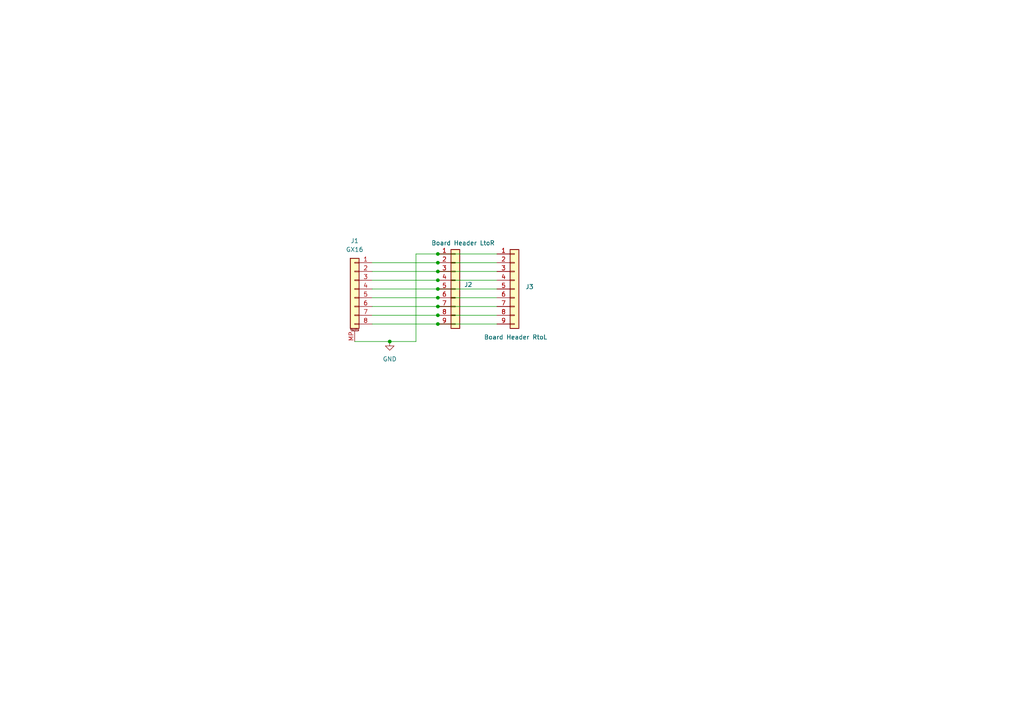
<source format=kicad_sch>
(kicad_sch (version 20231120) (generator "eeschema") (generator_version "8.0")
  (paper "A4")
  (lib_symbols
    (symbol "Connector_Generic:Conn_01x09" (pin_names (offset 1.016) hide)
      (property "Reference" "J" (at 0 12.7 0))
      (property "Value" "Conn_01x09" (at 0 -12.7 0))
      (symbol "Conn_01x09_1_1"
        (rectangle (start -1.27 -10.033) (end 0 -10.287) (stroke (width 0.1524)))
        (rectangle (start -1.27 -7.493) (end 0 -7.747) (stroke (width 0.1524)))
        (rectangle (start -1.27 -4.953) (end 0 -5.207) (stroke (width 0.1524)))
        (rectangle (start -1.27 -2.413) (end 0 -2.667) (stroke (width 0.1524)))
        (rectangle (start -1.27 0.127) (end 0 -0.127) (stroke (width 0.1524)))
        (rectangle (start -1.27 2.667) (end 0 2.413) (stroke (width 0.1524)))
        (rectangle (start -1.27 5.207) (end 0 4.953) (stroke (width 0.1524)))
        (rectangle (start -1.27 7.747) (end 0 7.493) (stroke (width 0.1524)))
        (rectangle (start -1.27 10.287) (end 0 10.033) (stroke (width 0.1524)))
        (rectangle (start -1.27 11.43) (end 1.27 -11.43) (stroke (width 0.254)) (fill (type background)))
        (pin passive line (at -5.08 10.16 0) (length 3.81) (name "Pin_1") (number "1"))
        (pin passive line (at -5.08 7.62 0) (length 3.81) (name "Pin_2") (number "2"))
        (pin passive line (at -5.08 5.08 0) (length 3.81) (name "Pin_3") (number "3"))
        (pin passive line (at -5.08 2.54 0) (length 3.81) (name "Pin_4") (number "4"))
        (pin passive line (at -5.08 0 0) (length 3.81) (name "Pin_5") (number "5"))
        (pin passive line (at -5.08 -2.54 0) (length 3.81) (name "Pin_6") (number "6"))
        (pin passive line (at -5.08 -5.08 0) (length 3.81) (name "Pin_7") (number "7"))
        (pin passive line (at -5.08 -7.62 0) (length 3.81) (name "Pin_8") (number "8"))
        (pin passive line (at -5.08 -10.16 0) (length 3.81) (name "Pin_9") (number "9"))
      )
    )
    (symbol "Connector_Generic_MountingPin:Conn_01x08_MountingPin" (pin_names (offset 1.016) hide)
      (property "Reference" "J" (at 0 10.16 0))
      (property "Value" "Conn_01x08_MountingPin" (at 1.27 -12.7 0))
      (symbol "Conn_01x08_MountingPin_1_1"
        (rectangle (start -1.27 -10.033) (end 0 -10.287) (stroke (width 0.1524)))
        (rectangle (start -1.27 -7.493) (end 0 -7.747) (stroke (width 0.1524)))
        (rectangle (start -1.27 -4.953) (end 0 -5.207) (stroke (width 0.1524)))
        (rectangle (start -1.27 -2.413) (end 0 -2.667) (stroke (width 0.1524)))
        (rectangle (start -1.27 0.127) (end 0 -0.127) (stroke (width 0.1524)))
        (rectangle (start -1.27 2.667) (end 0 2.413) (stroke (width 0.1524)))
        (rectangle (start -1.27 5.207) (end 0 4.953) (stroke (width 0.1524)))
        (rectangle (start -1.27 7.747) (end 0 7.493) (stroke (width 0.1524)))
        (rectangle (start -1.27 8.89) (end 1.27 -11.43) (stroke (width 0.254)) (fill (type background)))
        (polyline (pts (xy -1.016 -12.192) (xy 1.016 -12.192)) (stroke (width 0.1524)))
        (text "Mounting" (at 0 -11.811 0) (effects (font (size 0.381 0.381))))
        (pin passive line (at -5.08 7.62 0) (length 3.81) (name "Pin_1") (number "1"))
        (pin passive line (at -5.08 5.08 0) (length 3.81) (name "Pin_2") (number "2"))
        (pin passive line (at -5.08 2.54 0) (length 3.81) (name "Pin_3") (number "3"))
        (pin passive line (at -5.08 0 0) (length 3.81) (name "Pin_4") (number "4"))
        (pin passive line (at -5.08 -2.54 0) (length 3.81) (name "Pin_5") (number "5"))
        (pin passive line (at -5.08 -5.08 0) (length 3.81) (name "Pin_6") (number "6"))
        (pin passive line (at -5.08 -7.62 0) (length 3.81) (name "Pin_7") (number "7"))
        (pin passive line (at -5.08 -10.16 0) (length 3.81) (name "Pin_8") (number "8"))
        (pin passive line (at 0 -15.24 90) (length 3.048) (name "MountPin") (number "MP"))
      )
    )
    (symbol "power:GND" (power) (pin_names (offset 0))
      (property "Value" "GND" (at 0 -3.81 0))
      (symbol "GND_0_1"
        (polyline (pts (xy 0 0) (xy 0 -1.27) (xy 1.27 -1.27) (xy 0 -2.54) (xy -1.27 -1.27) (xy 0 -1.27)))
      )
      (symbol "GND_1_1"
        (pin power_in line (at 0 0 270) (length 0) hide (name "GND") (number "1"))
      )
    )
  )
  (junction (at 127 76.2))
  (junction (at 127 73.66))
  (junction (at 127 83.82))
  (junction (at 127 86.36))
  (junction (at 127 91.44))
  (junction (at 113.03 99.06))
  (junction (at 127 88.9))
  (junction (at 127 78.74))
  (junction (at 127 93.98))
  (junction (at 127 81.28))
  (wire (pts (xy 127 91.44) (xy 144.145 91.44)))
  (wire (pts (xy 107.95 91.44) (xy 127 91.44)))
  (wire (pts (xy 120.65 73.66) (xy 127 73.66)))
  (wire (pts (xy 107.95 86.36) (xy 127 86.36)))
  (wire (pts (xy 113.03 99.06) (xy 120.65 99.06)))
  (wire (pts (xy 127 81.28) (xy 144.145 81.28)))
  (wire (pts (xy 107.95 93.98) (xy 127 93.98)))
  (wire (pts (xy 107.95 83.82) (xy 127 83.82)))
  (wire (pts (xy 127 93.98) (xy 144.145 93.98)))
  (wire (pts (xy 127 78.74) (xy 144.145 78.74)))
  (wire (pts (xy 107.95 78.74) (xy 127 78.74)))
  (wire (pts (xy 102.87 99.06) (xy 113.03 99.06)))
  (wire (pts (xy 127 83.82) (xy 144.145 83.82)))
  (wire (pts (xy 127 86.36) (xy 144.145 86.36)))
  (wire (pts (xy 127 73.66) (xy 144.145 73.66)))
  (wire (pts (xy 107.95 88.9) (xy 127 88.9)))
  (wire (pts (xy 107.95 81.28) (xy 127 81.28)))
  (wire (pts (xy 107.95 76.2) (xy 127 76.2)))
  (wire (pts (xy 120.65 99.06) (xy 120.65 73.66)))
  (wire (pts (xy 127 76.2) (xy 144.145 76.2)))
  (wire (pts (xy 127 88.9) (xy 144.145 88.9)))
  (symbol (lib_id "Connector_Generic_MountingPin:Conn_01x08_MountingPin") (at 102.87 83.82 0) (mirror y) (unit 1)
    (property "Reference" "J1" (at 102.87 69.85 0))
    (property "Value" "GX16" (at 102.87 72.39 0))
    (property "Footprint" "Libraries:Conn_GX16-8_8pin_Aviation" (effects (hide yes)))
    (property "Manufacturer" "Renhotec Group" (effects (hide yes)))
    (property "Part Number" "GX16-F-8P" (effects (hide yes)))
    (property "Or Generic" "No" (effects (hide yes)))
  )
  (symbol (lib_id "power:GND") (at 113.03 99.06 0) (unit 1)
    (property "Reference" "#PWR01" (effects (hide yes)))
    (property "Value" "GND" (at 113.03 104.14 0))
  )
  (symbol (lib_id "Connector_Generic:Conn_01x09") (at 149.225 83.82 0) (unit 1) (in_bom no)
    (property "Reference" "J3" (at 152.4 83.185 0) (effects (justify left)))
    (property "Value" "Board Header RtoL" (at 140.335 97.79 0) (effects (justify left)))
    (property "Footprint" "Libraries:Conn_B2B-RA_2.54mm_ThroughPads_9pin_RtoL" (effects (hide yes)))
  )
  (symbol (lib_id "Connector_Generic:Conn_01x09") (at 132.08 83.82 0) (unit 1) (in_bom no)
    (property "Reference" "J2" (at 134.62 82.5499 0) (effects (justify left)))
    (property "Value" "Board Header LtoR" (at 125.095 70.485 0) (effects (justify left)))
    (property "Footprint" "Libraries:Conn_B2B-RA_2.54mm_ThroughPads_9pin_LtoR" (effects (hide yes)))
  )
)
</source>
